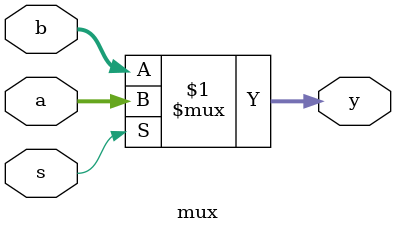
<source format=v>
`timescale 1ns / 1ps

module mux(a,b,s,y);
input [7:0]a,b;
input s;
output [7:0] y;

assign y=s?a:b;
endmodule

</source>
